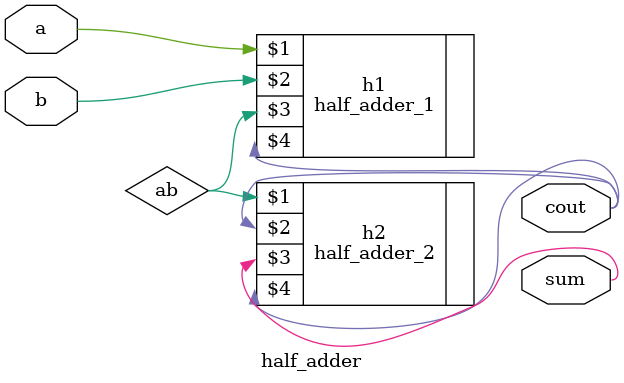
<source format=v>
module half_adder( 
input a, b,
output cout, sum );
wire ab,cout;
half_adder_1 h1(a, b, ab, cout);
half_adder_2 h2(ab, cout, sum, cout);
endmodule

</source>
